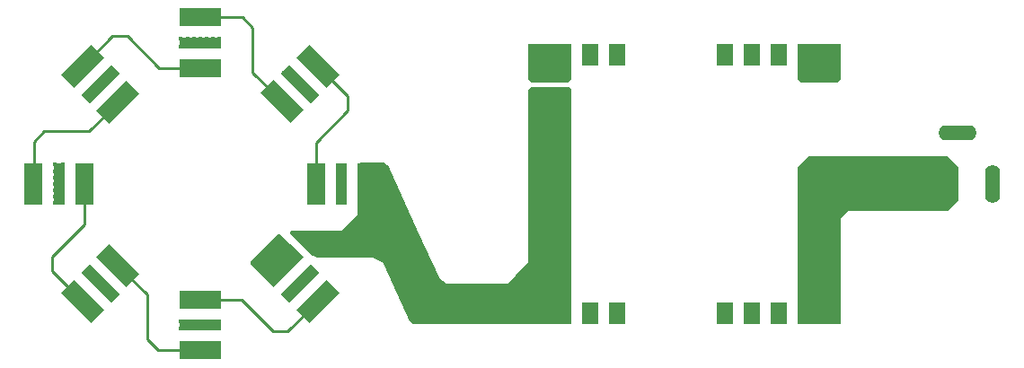
<source format=gtl>
G04 #@! TF.GenerationSoftware,KiCad,Pcbnew,7.0.10*
G04 #@! TF.CreationDate,2024-05-27T20:12:39-07:00*
G04 #@! TF.ProjectId,K40-LED_PCB,4b34302d-4c45-4445-9f50-43422e6b6963,rev?*
G04 #@! TF.SameCoordinates,Original*
G04 #@! TF.FileFunction,Copper,L1,Top*
G04 #@! TF.FilePolarity,Positive*
%FSLAX46Y46*%
G04 Gerber Fmt 4.6, Leading zero omitted, Abs format (unit mm)*
G04 Created by KiCad (PCBNEW 7.0.10) date 2024-05-27 20:12:39*
%MOMM*%
%LPD*%
G01*
G04 APERTURE LIST*
G04 Aperture macros list*
%AMRotRect*
0 Rectangle, with rotation*
0 The origin of the aperture is its center*
0 $1 length*
0 $2 width*
0 $3 Rotation angle, in degrees counterclockwise*
0 Add horizontal line*
21,1,$1,$2,0,0,$3*%
G04 Aperture macros list end*
G04 #@! TA.AperFunction,ComponentPad*
%ADD10C,0.400000*%
G04 #@! TD*
G04 #@! TA.AperFunction,SMDPad,CuDef*
%ADD11R,1.100000X4.000000*%
G04 #@! TD*
G04 #@! TA.AperFunction,SMDPad,CuDef*
%ADD12R,1.750000X4.000000*%
G04 #@! TD*
G04 #@! TA.AperFunction,SMDPad,CuDef*
%ADD13RotRect,1.100000X4.000000X225.000000*%
G04 #@! TD*
G04 #@! TA.AperFunction,SMDPad,CuDef*
%ADD14RotRect,1.750000X4.000000X225.000000*%
G04 #@! TD*
G04 #@! TA.AperFunction,SMDPad,CuDef*
%ADD15R,4.000000X1.100000*%
G04 #@! TD*
G04 #@! TA.AperFunction,SMDPad,CuDef*
%ADD16R,4.000000X1.750000*%
G04 #@! TD*
G04 #@! TA.AperFunction,SMDPad,CuDef*
%ADD17R,1.500000X2.030000*%
G04 #@! TD*
G04 #@! TA.AperFunction,SMDPad,CuDef*
%ADD18RotRect,1.100000X4.000000X135.000000*%
G04 #@! TD*
G04 #@! TA.AperFunction,SMDPad,CuDef*
%ADD19RotRect,1.750000X4.000000X135.000000*%
G04 #@! TD*
G04 #@! TA.AperFunction,SMDPad,CuDef*
%ADD20RotRect,1.100000X4.000000X315.000000*%
G04 #@! TD*
G04 #@! TA.AperFunction,SMDPad,CuDef*
%ADD21RotRect,1.750000X4.000000X315.000000*%
G04 #@! TD*
G04 #@! TA.AperFunction,SMDPad,CuDef*
%ADD22RotRect,1.100000X4.000000X45.000000*%
G04 #@! TD*
G04 #@! TA.AperFunction,SMDPad,CuDef*
%ADD23RotRect,1.750000X4.000000X45.000000*%
G04 #@! TD*
G04 #@! TA.AperFunction,ComponentPad*
%ADD24O,1.400000X3.600000*%
G04 #@! TD*
G04 #@! TA.AperFunction,ComponentPad*
%ADD25O,3.600000X1.400000*%
G04 #@! TD*
G04 #@! TA.AperFunction,ViaPad*
%ADD26C,0.800000*%
G04 #@! TD*
G04 #@! TA.AperFunction,Conductor*
%ADD27C,0.250000*%
G04 #@! TD*
G04 APERTURE END LIST*
D10*
X108749200Y-90006100D03*
X108749200Y-90606100D03*
X108749200Y-91206100D03*
X108749200Y-91806100D03*
X108749200Y-92406100D03*
X108749200Y-93006100D03*
X108749200Y-93606100D03*
D11*
X109098700Y-91806100D03*
D10*
X109448700Y-90006100D03*
X109448700Y-90606100D03*
X109448700Y-91206100D03*
X109448700Y-91806100D03*
X109448700Y-92406100D03*
X109448700Y-93006100D03*
X109448700Y-93606100D03*
D12*
X106723700Y-91806100D03*
X111473700Y-91806100D03*
D10*
X133336721Y-83415478D03*
X132912457Y-82991214D03*
X132488193Y-82566950D03*
X132063929Y-82142686D03*
X131639665Y-81718422D03*
X131215401Y-81294158D03*
X130791137Y-80869894D03*
D13*
X131816795Y-82389820D03*
D10*
X131993572Y-83061571D03*
X131569308Y-82637307D03*
X131145044Y-82213043D03*
X132842100Y-83910100D03*
X132417836Y-83485836D03*
X130720779Y-81788779D03*
X130296515Y-81364515D03*
D14*
X133496174Y-80710441D03*
X130137416Y-84069199D03*
D10*
X124206100Y-78144300D03*
X123606100Y-78144300D03*
X123006100Y-78144300D03*
X122406100Y-78144300D03*
X121806100Y-78144300D03*
X121206100Y-78144300D03*
X120606100Y-78144300D03*
D15*
X122406100Y-78493800D03*
D10*
X124206100Y-78843800D03*
X123606100Y-78843800D03*
X123006100Y-78843800D03*
X122406100Y-78843800D03*
X121806100Y-78843800D03*
X121206100Y-78843800D03*
X120606100Y-78843800D03*
D16*
X122406100Y-76118800D03*
X122406100Y-80868800D03*
D10*
X120602700Y-105456000D03*
X121202700Y-105456000D03*
X121802700Y-105456000D03*
X122402700Y-105456000D03*
X123002700Y-105456000D03*
X123602700Y-105456000D03*
X124202700Y-105456000D03*
D15*
X122402700Y-105106500D03*
D10*
X120602700Y-104756500D03*
X121202700Y-104756500D03*
X121802700Y-104756500D03*
X122402700Y-104756500D03*
X123002700Y-104756500D03*
X123602700Y-104756500D03*
X124202700Y-104756500D03*
D16*
X122402700Y-107481500D03*
X122402700Y-102731500D03*
D17*
X182041800Y-79643000D03*
X179501800Y-79643000D03*
X176961800Y-79643000D03*
X174421800Y-79643000D03*
X171881800Y-79643000D03*
X161721800Y-79643000D03*
X159181800Y-79643000D03*
X156641800Y-79643000D03*
X154101800Y-79643000D03*
X154101800Y-104013000D03*
X156641800Y-104013000D03*
X159181800Y-104013000D03*
X161721800Y-104013000D03*
X171881800Y-104013000D03*
X174421800Y-104013000D03*
X176961800Y-104013000D03*
X179501800Y-104013000D03*
X182041800Y-104013000D03*
D10*
X130778021Y-102730405D03*
X131202285Y-102306141D03*
X131626549Y-101881877D03*
X132050813Y-101457613D03*
X132475077Y-101033349D03*
X132899341Y-100609085D03*
X133323605Y-100184821D03*
D18*
X131803679Y-101210479D03*
D10*
X131131928Y-101387256D03*
X131556192Y-100962992D03*
X131980456Y-100538728D03*
X130283399Y-102235784D03*
X130707663Y-101811520D03*
X132404720Y-100114463D03*
X132828984Y-99690199D03*
D19*
X133483058Y-102889858D03*
X130124300Y-99531100D03*
D10*
X114027379Y-80888595D03*
X113603115Y-81312859D03*
X113178851Y-81737123D03*
X112754587Y-82161387D03*
X112330323Y-82585651D03*
X111906059Y-83009915D03*
X111481795Y-83434179D03*
D20*
X113001721Y-82408521D03*
D10*
X113673472Y-82231744D03*
X113249208Y-82656008D03*
X112824944Y-83080272D03*
X114522001Y-81383216D03*
X114097737Y-81807480D03*
X112400680Y-83504537D03*
X111976416Y-83928801D03*
D21*
X111322342Y-80729142D03*
X114681100Y-84087900D03*
D10*
X111481795Y-100184821D03*
X111906059Y-100609085D03*
X112330323Y-101033349D03*
X112754587Y-101457613D03*
X113178851Y-101881877D03*
X113603115Y-102306141D03*
X114027379Y-102730405D03*
D22*
X113001721Y-101210479D03*
D10*
X112824944Y-100538728D03*
X113249208Y-100962992D03*
X113673472Y-101387256D03*
X111976416Y-99690199D03*
X112400680Y-100114463D03*
X114097737Y-101811520D03*
X114522001Y-102235784D03*
D23*
X111322342Y-102889858D03*
X114681100Y-99531100D03*
D10*
X136056200Y-93609600D03*
X136056200Y-93009600D03*
X136056200Y-92409600D03*
X136056200Y-91809600D03*
X136056200Y-91209600D03*
X136056200Y-90609600D03*
X136056200Y-90009600D03*
D11*
X135706700Y-91809600D03*
D10*
X135356700Y-93609600D03*
X135356700Y-93009600D03*
X135356700Y-92409600D03*
X135356700Y-91809600D03*
X135356700Y-91209600D03*
X135356700Y-90609600D03*
X135356700Y-90009600D03*
D12*
X138081700Y-91809600D03*
X133331700Y-91809600D03*
D24*
X190842300Y-91827000D03*
X197092300Y-91827000D03*
D25*
X193842300Y-87027000D03*
D26*
X179501800Y-81534000D03*
X182041800Y-81534000D03*
X180771800Y-81534000D03*
X156641800Y-81534000D03*
X129794000Y-97459800D03*
X154101800Y-81534000D03*
X155371800Y-81534000D03*
X128930400Y-98323400D03*
X128041400Y-99212400D03*
D27*
X133331700Y-87916300D02*
X133331700Y-91809600D01*
X136321900Y-84926100D02*
X133331700Y-87916300D01*
X136321900Y-83536167D02*
X136321900Y-84926100D01*
X133496174Y-80710441D02*
X136321900Y-83536167D01*
X115543959Y-77899837D02*
X118534159Y-80890037D01*
X114154026Y-77899837D02*
X115543959Y-77899837D01*
X118534159Y-80890037D02*
X122427459Y-80890037D01*
X111328300Y-80725563D02*
X114154026Y-77899837D01*
X133501859Y-102895974D02*
X130676133Y-105721699D01*
X130676133Y-105721699D02*
X129286200Y-105721699D01*
X129286200Y-105721699D02*
X126296000Y-102731500D01*
X126296000Y-102731500D02*
X122402700Y-102731500D01*
X108490501Y-100057533D02*
X108490501Y-98667600D01*
X111316226Y-102883259D02*
X108490501Y-100057533D01*
X108490501Y-98667600D02*
X111480700Y-95677400D01*
X111480700Y-95677400D02*
X111480700Y-91784100D01*
X122402700Y-76112300D02*
X126398880Y-76112300D01*
X127381711Y-77095131D02*
X127381711Y-81323912D01*
X126398880Y-76112300D02*
X127381711Y-77095131D01*
X127381711Y-81323912D02*
X130134690Y-84076891D01*
X106730900Y-87855610D02*
X107713731Y-86872779D01*
X106730900Y-91851790D02*
X106730900Y-87855610D01*
X107713731Y-86872779D02*
X111942512Y-86872779D01*
X111942512Y-86872779D02*
X114695491Y-84119800D01*
X117434079Y-106512860D02*
X117434079Y-102284079D01*
X122413090Y-107495691D02*
X118416910Y-107495691D01*
X117434079Y-102284079D02*
X114681100Y-99531100D01*
X118416910Y-107495691D02*
X117434079Y-106512860D01*
G04 #@! TA.AperFunction,Conductor*
G36*
X192944676Y-89249949D02*
G01*
X192965321Y-89266585D01*
X193892678Y-90193880D01*
X193926165Y-90255202D01*
X193929000Y-90281564D01*
X193929000Y-93284238D01*
X193909315Y-93351277D01*
X193892681Y-93371919D01*
X192965319Y-94299281D01*
X192903996Y-94332766D01*
X192877638Y-94335600D01*
X183515000Y-94335600D01*
X182778400Y-95021400D01*
X182779074Y-95524614D01*
X182790392Y-103976589D01*
X182770797Y-104043655D01*
X182754132Y-104064378D01*
X181828128Y-104991623D01*
X181766827Y-105025149D01*
X181740388Y-105028000D01*
X179803105Y-105028000D01*
X179736066Y-105008315D01*
X179715494Y-104991752D01*
X179250996Y-104528000D01*
X178786497Y-104064248D01*
X178752964Y-104002953D01*
X178750109Y-103976700D01*
X178728090Y-90282614D01*
X178747667Y-90215546D01*
X178764330Y-90194815D01*
X179690072Y-89267522D01*
X179751367Y-89233986D01*
X179777813Y-89231130D01*
X186327700Y-89230700D01*
X192877636Y-89230269D01*
X192944676Y-89249949D01*
G37*
G04 #@! TD.AperFunction*
G04 #@! TA.AperFunction,Conductor*
G36*
X182557477Y-78647685D02*
G01*
X182578119Y-78664319D01*
X182755481Y-78841681D01*
X182788966Y-78903004D01*
X182791800Y-78929362D01*
X182791800Y-81931438D01*
X182772115Y-81998477D01*
X182755481Y-82019119D01*
X182578119Y-82196481D01*
X182516796Y-82229966D01*
X182490438Y-82232800D01*
X179053162Y-82232800D01*
X178986123Y-82213115D01*
X178965481Y-82196481D01*
X178788119Y-82019119D01*
X178754634Y-81957796D01*
X178751800Y-81931438D01*
X178751800Y-78929362D01*
X178771485Y-78862323D01*
X178788119Y-78841681D01*
X178965481Y-78664319D01*
X179026804Y-78630834D01*
X179053162Y-78628000D01*
X182490438Y-78628000D01*
X182557477Y-78647685D01*
G37*
G04 #@! TD.AperFunction*
G04 #@! TA.AperFunction,Conductor*
G36*
X157157477Y-78647685D02*
G01*
X157178119Y-78664319D01*
X157355481Y-78841681D01*
X157388966Y-78903004D01*
X157391800Y-78929362D01*
X157391800Y-81931438D01*
X157372115Y-81998477D01*
X157355481Y-82019119D01*
X157178119Y-82196481D01*
X157116796Y-82229966D01*
X157090438Y-82232800D01*
X153653162Y-82232800D01*
X153586123Y-82213115D01*
X153565481Y-82196481D01*
X153388119Y-82019119D01*
X153354634Y-81957796D01*
X153351800Y-81931438D01*
X153351800Y-78929362D01*
X153371485Y-78862323D01*
X153388119Y-78841681D01*
X153565481Y-78664319D01*
X153626804Y-78630834D01*
X153653162Y-78628000D01*
X157090438Y-78628000D01*
X157157477Y-78647685D01*
G37*
G04 #@! TD.AperFunction*
G04 #@! TA.AperFunction,Conductor*
G36*
X157167789Y-82689990D02*
G01*
X157188451Y-82706644D01*
X157365691Y-82883965D01*
X157399162Y-82945296D01*
X157401990Y-82971683D01*
X157391938Y-104726657D01*
X157372222Y-104793688D01*
X157355603Y-104814297D01*
X157178110Y-104991719D01*
X157116782Y-105025191D01*
X157090461Y-105028019D01*
X153150529Y-105028281D01*
X142602641Y-105028980D01*
X142535600Y-105009300D01*
X142535552Y-105009269D01*
X142243190Y-104821216D01*
X142197456Y-104768394D01*
X142197432Y-104768341D01*
X140580192Y-101219000D01*
X139804167Y-99515865D01*
X139804166Y-99515864D01*
X139700509Y-99288368D01*
X138709401Y-98730438D01*
X138459401Y-98730669D01*
X135915400Y-98733021D01*
X133396127Y-98735350D01*
X133348553Y-98725906D01*
X133082188Y-98615535D01*
X132967679Y-98568087D01*
X132927362Y-98541110D01*
X130892649Y-96501603D01*
X130859236Y-96440241D01*
X130864302Y-96370555D01*
X130865889Y-96366530D01*
X130875868Y-96342478D01*
X130919741Y-96288102D01*
X130986048Y-96266076D01*
X130990401Y-96266000D01*
X135487600Y-96266000D01*
X135737600Y-96266000D01*
X137206700Y-94698600D01*
X137206700Y-90110962D01*
X137226385Y-90043923D01*
X137243019Y-90023281D01*
X137420381Y-89845919D01*
X137481704Y-89812434D01*
X137508062Y-89809600D01*
X139693050Y-89809600D01*
X139759998Y-89829226D01*
X140053056Y-90017199D01*
X140098812Y-90069863D01*
X143022885Y-96442985D01*
X144957800Y-100660200D01*
X145300700Y-100939600D01*
X145449791Y-101061082D01*
X145643600Y-101219000D01*
X151133998Y-101219000D01*
X151134000Y-101219000D01*
X151384000Y-101219000D01*
X152141953Y-100432975D01*
X153180939Y-99355507D01*
X153180938Y-99355507D01*
X153354473Y-99175546D01*
X153354680Y-98730438D01*
X153361989Y-82971649D01*
X153381705Y-82904620D01*
X153398324Y-82884010D01*
X153575814Y-82706602D01*
X153637145Y-82673133D01*
X153663475Y-82670305D01*
X157100750Y-82670305D01*
X157167789Y-82689990D01*
G37*
G04 #@! TD.AperFunction*
G04 #@! TA.AperFunction,Conductor*
G36*
X130036923Y-96615022D02*
G01*
X130057797Y-96631837D01*
X131944383Y-98522316D01*
X131977804Y-98583674D01*
X131980611Y-98609971D01*
X131980481Y-98861057D01*
X131960762Y-98928086D01*
X131944162Y-98948674D01*
X129541901Y-101350936D01*
X129480578Y-101384421D01*
X129454220Y-101387255D01*
X129203390Y-101387255D01*
X129136351Y-101367570D01*
X129115709Y-101350936D01*
X127237568Y-99472795D01*
X127204083Y-99411472D01*
X127201249Y-99385346D01*
X127200778Y-99133582D01*
X127220337Y-99066509D01*
X127236765Y-99046006D01*
X128434684Y-97839097D01*
X128880518Y-97389916D01*
X129632380Y-96632413D01*
X129693577Y-96598699D01*
X129720220Y-96595766D01*
X129844732Y-96595597D01*
X129969858Y-96595428D01*
X130036923Y-96615022D01*
G37*
G04 #@! TD.AperFunction*
M02*

</source>
